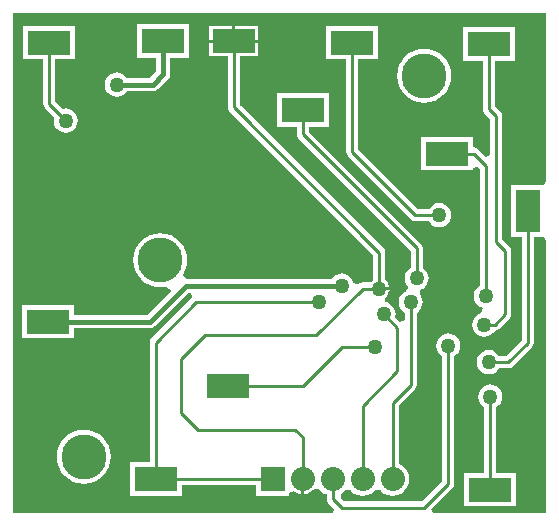
<source format=gtl>
G04 Layer_Physical_Order=1*
G04 Layer_Color=255*
%FSLAX25Y25*%
%MOIN*%
G70*
G01*
G75*
%ADD10R,0.14370X0.08071*%
%ADD11R,0.08071X0.14370*%
%ADD12C,0.01000*%
%ADD13C,0.01500*%
%ADD14C,0.14961*%
%ADD15C,0.05000*%
%ADD16C,0.08000*%
%ADD17R,0.08000X0.08000*%
G36*
X179461Y113009D02*
X179035Y111685D01*
X177961Y111685D01*
X167965D01*
Y94315D01*
X171461D01*
Y59845D01*
X166155Y54539D01*
X163977D01*
X163353Y55353D01*
X162517Y55994D01*
X161544Y56397D01*
X160500Y56534D01*
X159456Y56397D01*
X158483Y55994D01*
X157647Y55353D01*
X157006Y54517D01*
X156603Y53544D01*
X156465Y52500D01*
X156603Y51456D01*
X157006Y50483D01*
X157647Y49647D01*
X158483Y49006D01*
X159456Y48603D01*
X160500Y48465D01*
X161544Y48603D01*
X162517Y49006D01*
X163353Y49647D01*
X163977Y50461D01*
X167000D01*
X167780Y50616D01*
X168442Y51058D01*
X174942Y57558D01*
X175384Y58220D01*
X175539Y59000D01*
Y94315D01*
X179035Y94315D01*
X179461Y92991D01*
Y2039D01*
X142044D01*
X141423Y3539D01*
X148442Y10558D01*
X148884Y11220D01*
X149039Y12000D01*
Y54523D01*
X149853Y55147D01*
X150494Y55983D01*
X150897Y56956D01*
X151034Y58000D01*
X150897Y59044D01*
X150494Y60017D01*
X149853Y60853D01*
X149017Y61494D01*
X148044Y61897D01*
X147000Y62034D01*
X145956Y61897D01*
X144983Y61494D01*
X144147Y60853D01*
X143506Y60017D01*
X143103Y59044D01*
X142965Y58000D01*
X143103Y56956D01*
X143506Y55983D01*
X144147Y55147D01*
X144961Y54523D01*
Y12845D01*
X138155Y6039D01*
X112345D01*
X111301Y7083D01*
X111289Y7782D01*
X111565Y8920D01*
X112423Y9577D01*
X112555Y9749D01*
X114445D01*
X114577Y9577D01*
X115726Y8696D01*
X117064Y8142D01*
X118500Y7953D01*
X119936Y8142D01*
X121274Y8696D01*
X122423Y9577D01*
X122555Y9749D01*
X124445D01*
X124577Y9577D01*
X125726Y8696D01*
X127064Y8142D01*
X128500Y7953D01*
X129936Y8142D01*
X131274Y8696D01*
X132423Y9577D01*
X133304Y10726D01*
X133858Y12064D01*
X134047Y13500D01*
X133858Y14936D01*
X133304Y16274D01*
X132423Y17423D01*
X131274Y18304D01*
X130539Y18609D01*
Y38155D01*
X135942Y43558D01*
X136384Y44220D01*
X136539Y45000D01*
Y69023D01*
X137353Y69647D01*
X137994Y70483D01*
X138397Y71456D01*
X138534Y72500D01*
X138397Y73544D01*
X137994Y74517D01*
X137554Y75091D01*
X137550Y75638D01*
X137631Y76002D01*
X137962Y76776D01*
X138517Y77006D01*
X139353Y77647D01*
X139994Y78483D01*
X140397Y79456D01*
X140534Y80500D01*
X140397Y81544D01*
X139994Y82517D01*
X139353Y83353D01*
X138539Y83977D01*
Y90500D01*
X138539Y90500D01*
X138384Y91280D01*
X137942Y91942D01*
X137942Y91942D01*
X100539Y129345D01*
Y130965D01*
X107185D01*
Y142035D01*
X89815D01*
Y130965D01*
X96461D01*
Y128500D01*
X96616Y127720D01*
X97058Y127058D01*
X134461Y89655D01*
Y83977D01*
X133647Y83353D01*
X133006Y82517D01*
X132603Y81544D01*
X132466Y80500D01*
X132603Y79456D01*
X133006Y78483D01*
X133446Y77909D01*
X133450Y77362D01*
X133369Y76998D01*
X133038Y76224D01*
X132483Y75994D01*
X131647Y75353D01*
X131006Y74517D01*
X130603Y73544D01*
X130465Y72500D01*
X130603Y71456D01*
X131006Y70483D01*
X131647Y69647D01*
X132461Y69023D01*
Y66544D01*
X130961Y65923D01*
X129401Y67483D01*
X129534Y68500D01*
X129397Y69544D01*
X128994Y70517D01*
X128353Y71353D01*
X127517Y71994D01*
X126544Y72397D01*
X126096Y72456D01*
X125822Y73687D01*
X125843Y74002D01*
X126496Y74504D01*
X127057Y75235D01*
X127410Y76086D01*
X127464Y76500D01*
X124000D01*
Y77500D01*
X127464D01*
X127410Y77914D01*
X127057Y78765D01*
X126496Y79496D01*
X126039Y79847D01*
Y89000D01*
X125884Y89780D01*
X125442Y90442D01*
X77539Y138345D01*
Y154465D01*
X83685D01*
Y159000D01*
X67315D01*
Y154465D01*
X73461D01*
Y137500D01*
X73616Y136720D01*
X74058Y136058D01*
X121961Y88155D01*
Y79847D01*
X121504Y79496D01*
X121153Y79039D01*
X118500D01*
X117720Y78884D01*
X117058Y78442D01*
X116997Y78381D01*
X115414Y78919D01*
X115397Y79044D01*
X114994Y80017D01*
X114353Y80853D01*
X113517Y81494D01*
X112544Y81897D01*
X111500Y82034D01*
X110456Y81897D01*
X109483Y81494D01*
X108647Y80853D01*
X108218Y80294D01*
X59500D01*
X59458Y80286D01*
X58792Y81123D01*
X58586Y81642D01*
X59337Y83047D01*
X59850Y84740D01*
X60024Y86500D01*
X59850Y88261D01*
X59337Y89953D01*
X58503Y91513D01*
X57381Y92881D01*
X56013Y94003D01*
X54453Y94837D01*
X52760Y95350D01*
X51000Y95524D01*
X49240Y95350D01*
X47547Y94837D01*
X45987Y94003D01*
X44619Y92881D01*
X43497Y91513D01*
X42663Y89953D01*
X42150Y88261D01*
X41976Y86500D01*
X42150Y84740D01*
X42663Y83047D01*
X43497Y81487D01*
X44619Y80119D01*
X45987Y78997D01*
X47547Y78163D01*
X49240Y77650D01*
X51000Y77476D01*
X52760Y77650D01*
X52863Y77681D01*
X54554Y76626D01*
X54600Y76344D01*
X46550Y68294D01*
X22185D01*
Y71535D01*
X4815D01*
Y60465D01*
X22185D01*
Y63706D01*
X47500D01*
X48378Y63881D01*
X49122Y64378D01*
X60315Y75570D01*
X60998Y75530D01*
X61244Y75478D01*
X61510Y74177D01*
X61510Y73894D01*
X48058Y60442D01*
X47616Y59780D01*
X47461Y59000D01*
Y19035D01*
X40815D01*
Y7965D01*
X58185D01*
Y11461D01*
X83000D01*
Y8000D01*
X94000D01*
Y8780D01*
X95500Y9500D01*
X95978Y9132D01*
X97195Y8629D01*
X98000Y8523D01*
Y13500D01*
X99000D01*
Y8523D01*
X99805Y8629D01*
X101022Y9132D01*
X102066Y9934D01*
X102283Y10217D01*
X102553Y10314D01*
X104095Y10206D01*
X104577Y9577D01*
X105726Y8696D01*
X106461Y8392D01*
Y7000D01*
X106616Y6220D01*
X107058Y5558D01*
X109077Y3539D01*
X108456Y2039D01*
X2039D01*
Y168961D01*
X179461D01*
Y113009D01*
D02*
G37*
%LPC*%
G36*
X123685Y164535D02*
X106315D01*
Y153465D01*
X112961D01*
Y122500D01*
X113116Y121720D01*
X113558Y121058D01*
X134558Y100058D01*
X134558Y100058D01*
X135220Y99616D01*
X136000Y99461D01*
X140523D01*
X141147Y98647D01*
X141983Y98006D01*
X142956Y97603D01*
X144000Y97465D01*
X145044Y97603D01*
X146017Y98006D01*
X146853Y98647D01*
X147494Y99483D01*
X147897Y100456D01*
X148035Y101500D01*
X147897Y102544D01*
X147494Y103517D01*
X146853Y104353D01*
X146017Y104994D01*
X145044Y105397D01*
X144000Y105535D01*
X142956Y105397D01*
X141983Y104994D01*
X141147Y104353D01*
X140523Y103539D01*
X136845D01*
X117039Y123345D01*
Y153465D01*
X123685D01*
Y164535D01*
D02*
G37*
G36*
X169185Y164035D02*
X151815D01*
Y152965D01*
X158461D01*
Y137000D01*
X158616Y136220D01*
X159058Y135558D01*
X160961Y133655D01*
Y121544D01*
X159461Y120923D01*
X156942Y123442D01*
X156280Y123884D01*
X155500Y124039D01*
X155185D01*
Y127535D01*
X137815D01*
Y116465D01*
X155185D01*
Y117038D01*
X156606Y117662D01*
X157461Y116975D01*
Y77977D01*
X156647Y77353D01*
X156006Y76517D01*
X155603Y75544D01*
X155465Y74500D01*
X155603Y73456D01*
X156006Y72483D01*
X156647Y71647D01*
X157483Y71006D01*
X158082Y70758D01*
X158456Y70603D01*
X158456Y70602D01*
X158562Y70488D01*
X157999Y68903D01*
X157956Y68897D01*
X156983Y68494D01*
X156147Y67853D01*
X155506Y67017D01*
X155103Y66044D01*
X154965Y65000D01*
X155103Y63956D01*
X155506Y62983D01*
X156147Y62147D01*
X156983Y61506D01*
X157956Y61103D01*
X159000Y60966D01*
X160044Y61103D01*
X161017Y61506D01*
X161853Y62147D01*
X162477Y62961D01*
X162500D01*
X163280Y63116D01*
X163942Y63558D01*
X167442Y67058D01*
X167884Y67720D01*
X168039Y68500D01*
Y89500D01*
X167884Y90280D01*
X167442Y90942D01*
X165039Y93345D01*
Y134500D01*
X164884Y135280D01*
X164442Y135942D01*
X162539Y137845D01*
Y152965D01*
X169185D01*
Y164035D01*
D02*
G37*
G36*
X161000Y45035D02*
X159956Y44897D01*
X158983Y44494D01*
X158147Y43853D01*
X157506Y43017D01*
X157103Y42044D01*
X156965Y41000D01*
X157103Y39956D01*
X157506Y38983D01*
X158147Y38147D01*
X158961Y37523D01*
Y15535D01*
X152315D01*
Y4465D01*
X169685D01*
Y15535D01*
X163039D01*
Y37523D01*
X163853Y38147D01*
X164494Y38983D01*
X164897Y39956D01*
X165034Y41000D01*
X164897Y42044D01*
X164494Y43017D01*
X163853Y43853D01*
X163017Y44494D01*
X162044Y44897D01*
X161000Y45035D01*
D02*
G37*
G36*
X25500Y30024D02*
X23740Y29850D01*
X22047Y29337D01*
X20487Y28503D01*
X19119Y27381D01*
X17997Y26013D01*
X17163Y24453D01*
X16650Y22761D01*
X16476Y21000D01*
X16650Y19240D01*
X17163Y17547D01*
X17997Y15987D01*
X19119Y14619D01*
X20487Y13497D01*
X22047Y12663D01*
X23740Y12150D01*
X25500Y11976D01*
X27260Y12150D01*
X28953Y12663D01*
X30513Y13497D01*
X31881Y14619D01*
X33003Y15987D01*
X33837Y17547D01*
X34350Y19240D01*
X34524Y21000D01*
X34350Y22761D01*
X33837Y24453D01*
X33003Y26013D01*
X31881Y27381D01*
X30513Y28503D01*
X28953Y29337D01*
X27260Y29850D01*
X25500Y30024D01*
D02*
G37*
G36*
X75000Y164535D02*
X67315D01*
Y160000D01*
X75000D01*
Y164535D01*
D02*
G37*
G36*
X83685D02*
X76000D01*
Y160000D01*
X83685D01*
Y164535D01*
D02*
G37*
G36*
X60685Y165035D02*
X43315D01*
Y153965D01*
X49706D01*
Y149450D01*
X47550Y147294D01*
X39782D01*
X39353Y147853D01*
X38517Y148494D01*
X37544Y148897D01*
X36500Y149035D01*
X35456Y148897D01*
X34483Y148494D01*
X33647Y147853D01*
X33006Y147017D01*
X32603Y146044D01*
X32465Y145000D01*
X32603Y143956D01*
X33006Y142983D01*
X33647Y142147D01*
X34483Y141506D01*
X35456Y141103D01*
X36500Y140965D01*
X37544Y141103D01*
X38517Y141506D01*
X39353Y142147D01*
X39782Y142706D01*
X48500D01*
X49378Y142880D01*
X50122Y143378D01*
X53622Y146878D01*
X54119Y147622D01*
X54294Y148500D01*
Y153965D01*
X60685D01*
Y165035D01*
D02*
G37*
G36*
X22685Y164535D02*
X5315D01*
Y153465D01*
X11961D01*
Y138500D01*
X12116Y137720D01*
X12558Y137058D01*
X15599Y134017D01*
X15465Y133000D01*
X15603Y131956D01*
X16006Y130983D01*
X16647Y130147D01*
X17483Y129506D01*
X18456Y129103D01*
X19500Y128965D01*
X20544Y129103D01*
X21517Y129506D01*
X22353Y130147D01*
X22994Y130983D01*
X23397Y131956D01*
X23535Y133000D01*
X23397Y134044D01*
X22994Y135017D01*
X22353Y135853D01*
X21517Y136494D01*
X20544Y136897D01*
X19500Y137034D01*
X18483Y136901D01*
X16039Y139345D01*
Y153465D01*
X22685D01*
Y164535D01*
D02*
G37*
G36*
X139000Y157024D02*
X137240Y156850D01*
X135547Y156337D01*
X133987Y155503D01*
X132619Y154381D01*
X131497Y153013D01*
X130663Y151453D01*
X130150Y149760D01*
X129976Y148000D01*
X130150Y146240D01*
X130663Y144547D01*
X131497Y142987D01*
X132619Y141619D01*
X133987Y140497D01*
X135547Y139663D01*
X137240Y139150D01*
X139000Y138976D01*
X140760Y139150D01*
X142453Y139663D01*
X144013Y140497D01*
X145381Y141619D01*
X146503Y142987D01*
X147337Y144547D01*
X147850Y146240D01*
X148024Y148000D01*
X147850Y149760D01*
X147337Y151453D01*
X146503Y153013D01*
X145381Y154381D01*
X144013Y155503D01*
X142453Y156337D01*
X140760Y156850D01*
X139000Y157024D01*
D02*
G37*
%LPD*%
D10*
X75500Y159500D02*
D03*
X49500Y13500D02*
D03*
X52000Y159500D02*
D03*
X13500Y66000D02*
D03*
X73500Y44500D02*
D03*
X160500Y158500D02*
D03*
X98500Y136500D02*
D03*
X146500Y122000D02*
D03*
X161000Y10000D02*
D03*
X115000Y159000D02*
D03*
X14000D02*
D03*
D11*
X173500Y103000D02*
D03*
D12*
X14000Y138500D02*
X19500Y133000D01*
X14000Y138500D02*
Y159000D01*
X134500Y45000D02*
Y72500D01*
X128500Y39000D02*
X134500Y45000D01*
X128500Y13500D02*
Y39000D01*
X125500Y68500D02*
X130000Y64000D01*
Y49500D02*
Y64000D01*
X118500Y38000D02*
X130000Y49500D01*
X118500Y13500D02*
Y38000D01*
X147000Y12000D02*
Y58000D01*
X139000Y4000D02*
X147000Y12000D01*
X111500Y4000D02*
X139000D01*
X108500Y7000D02*
X111500Y4000D01*
X108500Y7000D02*
Y13500D01*
X58000Y53500D02*
X66000Y61500D01*
X58000Y35500D02*
Y53500D01*
X98500Y13500D02*
Y27500D01*
X63000Y72500D02*
X104000D01*
X49500Y13500D02*
X88500D01*
X49500D02*
Y59000D01*
X63000Y72500D01*
X58000Y35500D02*
X63500Y30000D01*
X96000D01*
X98500Y27500D01*
X124000Y77000D02*
Y89000D01*
X75500Y137500D02*
X124000Y89000D01*
X75500Y137500D02*
Y159500D01*
X161000Y10000D02*
Y41000D01*
X159500Y74500D02*
Y118000D01*
X155500Y122000D02*
X159500Y118000D01*
X146500Y122000D02*
X155500D01*
X136000Y101500D02*
X144000D01*
X115000Y122500D02*
X136000Y101500D01*
X115000Y122500D02*
Y159000D01*
X136500Y80500D02*
Y90500D01*
X98500Y128500D02*
X136500Y90500D01*
X98500Y128500D02*
Y136500D01*
X159000Y65000D02*
X162500D01*
X166000Y68500D01*
Y89500D01*
X160500Y137000D02*
Y158500D01*
Y52500D02*
X167000D01*
X173500Y59000D01*
Y103000D01*
X66000Y61500D02*
X103000D01*
X118500Y77000D01*
X124000D01*
X163000Y92500D02*
X166000Y89500D01*
X163000Y92500D02*
Y134500D01*
X160500Y137000D02*
X163000Y134500D01*
X73500Y44500D02*
X98500D01*
X111500Y57500D01*
X122500D01*
D13*
X36500Y145000D02*
X48500D01*
X52000Y148500D01*
Y159500D01*
X59500Y78000D02*
X111500D01*
X47500Y66000D02*
X59500Y78000D01*
X13500Y66000D02*
X47500D01*
D14*
X51000Y86500D02*
D03*
X139000Y148000D02*
D03*
X25500Y21000D02*
D03*
D15*
X36500Y145000D02*
D03*
X104000Y72500D02*
D03*
X111500Y78000D02*
D03*
X124000Y77000D02*
D03*
X159500Y74500D02*
D03*
X159000Y65000D02*
D03*
X144000Y101500D02*
D03*
X19500Y133000D02*
D03*
X125500Y68500D02*
D03*
X134500Y72500D02*
D03*
X147000Y58000D02*
D03*
X160500Y52500D02*
D03*
X161000Y41000D02*
D03*
X136500Y80500D02*
D03*
X122500Y57500D02*
D03*
D16*
X128500Y13500D02*
D03*
X108500D02*
D03*
X98500D02*
D03*
X118500D02*
D03*
D17*
X88500D02*
D03*
M02*

</source>
